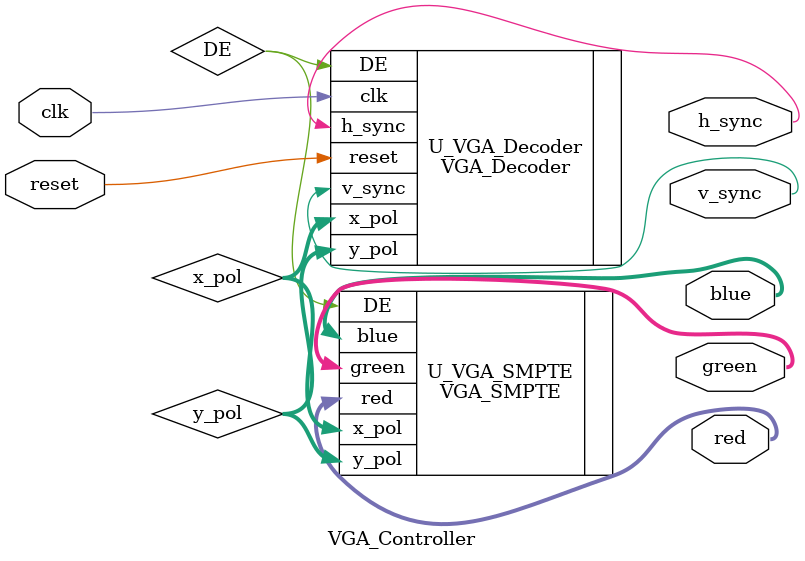
<source format=v>
`timescale 1ns / 1ps

module VGA_Controller (
    input  wire       clk,
    input  wire       reset,
    output wire       h_sync,
    output wire       v_sync,
    output wire [3:0] red,
    output wire [3:0] green,
    output wire [3:0] blue
);

    wire                   DE;
    wire [$clog2(639)-1:0] x_pol;
    wire [$clog2(479)-1:0] y_pol;

    VGA_Decoder U_VGA_Decoder (
        .clk   (clk),
        .reset (reset),
        .h_sync(h_sync),
        .v_sync(v_sync),
        .DE    (DE),
        .x_pol (x_pol),
        .y_pol (y_pol)
    );

    VGA_SMPTE U_VGA_SMPTE (
        .DE   (DE),
        .x_pol(x_pol),
        .y_pol(y_pol),
        .red  (red),
        .green(green),
        .blue (blue)
    );

endmodule



</source>
